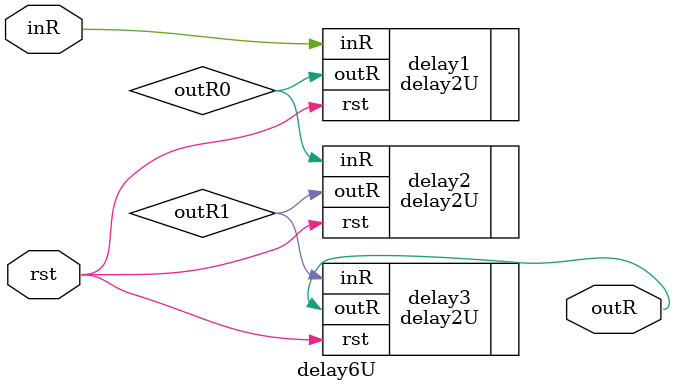
<source format=v>
`timescale 1ns / 1ps

module delay6U(inR, outR, rst);
input inR, rst;
output outR;

wire outR0,outR1;

delay2U delay1(.inR(inR), .outR(outR0), .rst(rst));
delay2U delay2(.inR(outR0), .outR(outR1), .rst(rst));
delay2U delay3(.inR(outR1), .outR(outR), .rst(rst));




//DEL4UHDV1 delay1 ( .I(inR), .Z(outR0) );
//DEL4UHDV1 delay2 ( .I(outR0), .Z(outR1) );
//DEL4UHDV1 delay3 ( .I(outR1), .Z(outR2) );
//DLYCLK8S8_X1B_A9TRULP_C40_W3 delay4 ( .A(outR2), .Y(outR3) );
//DLYCLK8S8_X1B_A9TRULP_C40_W3 delay5 ( .A(outR3), .Y(outR4) );
//DEL4UHDV1 delay6 ( .I(outR2), .Z(outR) );
// DEL1M4HM delay1 ( .A(inR), .Z(outR0) );
// DEL1M4HM delay2 ( .A(outR0), .Z(outR1) );
// DEL1M4HM delay3 ( .A(outR1), .Z(outR2) );
// DEL1M4HM delay4 ( .A(outR2), .Z(outR3) );
// DEL1M4HM delay5 ( .A(outR3), .Z(outR4) );
// DEL1M4HM delay6 ( .A(outR4), .Z(outR5) );
// DEL1M4HM delay7 ( .A(outR5), .Z(outR6) );
// DEL1M4HM delay8 ( .A(outR6), .Z(outR7) );
// DEL1M4HM delay9 ( .A(outR7), .Z(outR) );
endmodule

</source>
